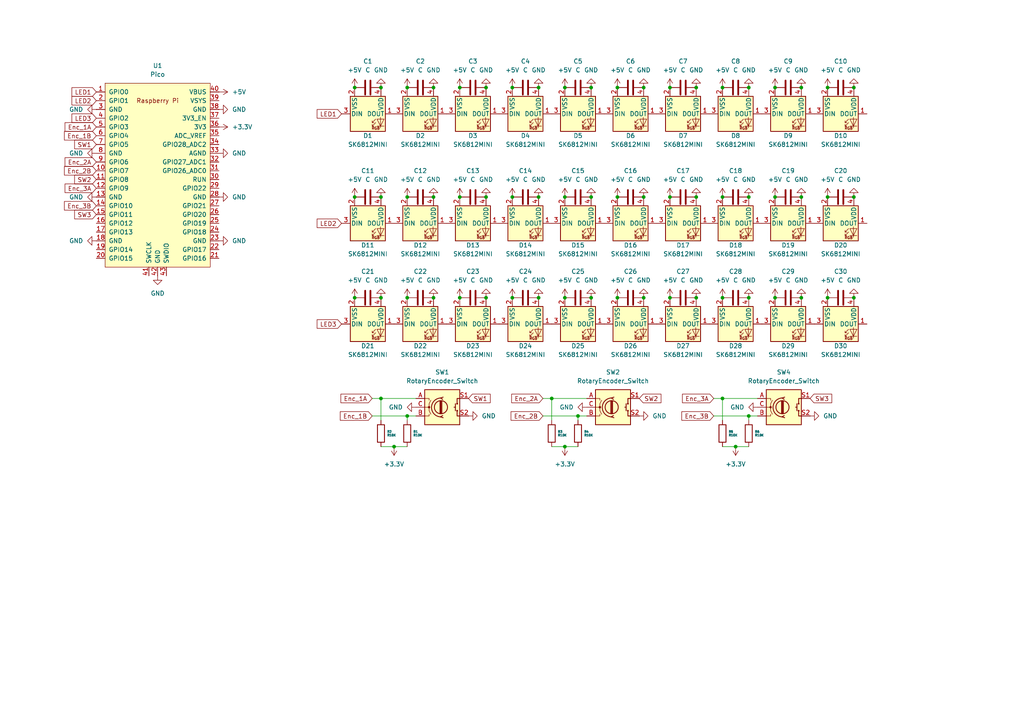
<source format=kicad_sch>
(kicad_sch (version 20250114) (generator "eeschema") (generator_version "9.0")
  (paper "A4")
  (junction (at 163.83 86.36))
  (junction (at 171.45 57.15))
  (junction (at 240.03 57.15))
  (junction (at 118.11 57.15))
  (junction (at 133.35 86.36))
  (junction (at 110.49 115.57))
  (junction (at 224.79 25.4))
  (junction (at 171.45 25.4))
  (junction (at 140.97 86.36))
  (junction (at 163.83 129.54))
  (junction (at 110.49 57.15))
  (junction (at 125.73 25.4))
  (junction (at 114.3 129.54))
  (junction (at 179.07 57.15))
  (junction (at 148.59 25.4))
  (junction (at 179.07 25.4))
  (junction (at 201.93 57.15))
  (junction (at 156.21 86.36))
  (junction (at 209.55 57.15))
  (junction (at 186.69 25.4))
  (junction (at 102.87 25.4))
  (junction (at 240.03 25.4))
  (junction (at 133.35 25.4))
  (junction (at 201.93 25.4))
  (junction (at 167.64 120.65))
  (junction (at 156.21 25.4))
  (junction (at 247.65 25.4))
  (junction (at 201.93 86.36))
  (junction (at 194.31 57.15))
  (junction (at 171.45 86.36))
  (junction (at 247.65 86.36))
  (junction (at 148.59 57.15))
  (junction (at 140.97 57.15))
  (junction (at 179.07 86.36))
  (junction (at 163.83 25.4))
  (junction (at 209.55 86.36))
  (junction (at 110.49 86.36))
  (junction (at 186.69 57.15))
  (junction (at 224.79 57.15))
  (junction (at 133.35 57.15))
  (junction (at 232.41 25.4))
  (junction (at 148.59 86.36))
  (junction (at 118.11 86.36))
  (junction (at 102.87 57.15))
  (junction (at 232.41 86.36))
  (junction (at 163.83 57.15))
  (junction (at 118.11 25.4))
  (junction (at 118.11 120.65))
  (junction (at 125.73 57.15))
  (junction (at 209.55 115.57))
  (junction (at 217.17 86.36))
  (junction (at 102.87 86.36))
  (junction (at 194.31 86.36))
  (junction (at 156.21 57.15))
  (junction (at 240.03 86.36))
  (junction (at 186.69 86.36))
  (junction (at 194.31 25.4))
  (junction (at 160.02 115.57))
  (junction (at 209.55 25.4))
  (junction (at 125.73 86.36))
  (junction (at 217.17 57.15))
  (junction (at 140.97 25.4))
  (junction (at 247.65 57.15))
  (junction (at 224.79 86.36))
  (junction (at 217.17 120.65))
  (junction (at 217.17 25.4))
  (junction (at 232.41 57.15))
  (junction (at 213.36 129.54))
  (junction (at 110.49 25.4))
  (wire (pts (xy 217.17 121.92) (xy 217.17 120.65)))
  (wire (pts (xy 157.48 120.65) (xy 167.64 120.65)))
  (wire (pts (xy 209.55 129.54) (xy 213.36 129.54)))
  (wire (pts (xy 120.65 115.57) (xy 110.49 115.57)))
  (wire (pts (xy 219.71 115.57) (xy 209.55 115.57)))
  (wire (pts (xy 110.49 115.57) (xy 107.95 115.57)))
  (wire (pts (xy 160.02 121.92) (xy 160.02 115.57)))
  (wire (pts (xy 160.02 115.57) (xy 157.48 115.57)))
  (wire (pts (xy 207.01 120.65) (xy 217.17 120.65)))
  (wire (pts (xy 114.3 129.54) (xy 118.11 129.54)))
  (wire (pts (xy 209.55 115.57) (xy 207.01 115.57)))
  (wire (pts (xy 118.11 120.65) (xy 120.65 120.65)))
  (wire (pts (xy 160.02 129.54) (xy 163.83 129.54)))
  (wire (pts (xy 107.95 120.65) (xy 118.11 120.65)))
  (wire (pts (xy 213.36 129.54) (xy 217.17 129.54)))
  (wire (pts (xy 209.55 121.92) (xy 209.55 115.57)))
  (wire (pts (xy 163.83 129.54) (xy 167.64 129.54)))
  (wire (pts (xy 118.11 121.92) (xy 118.11 120.65)))
  (wire (pts (xy 170.18 115.57) (xy 160.02 115.57)))
  (wire (pts (xy 167.64 120.65) (xy 170.18 120.65)))
  (wire (pts (xy 110.49 121.92) (xy 110.49 115.57)))
  (wire (pts (xy 167.64 121.92) (xy 167.64 120.65)))
  (wire (pts (xy 110.49 129.54) (xy 114.3 129.54)))
  (wire (pts (xy 217.17 120.65) (xy 219.71 120.65)))
  (global_label "Enc_3B" (shape input) (at 207.01 120.65 180) (property "Intersheetrefs" "${INTERSHEET_REFS}" (effects (hide yes))))
  (global_label "Enc_2A" (shape input) (at 157.48 115.57 180) (property "Intersheetrefs" "${INTERSHEET_REFS}" (effects (hide yes))))
  (global_label "SW3" (shape input) (at 27.94 62.23 180) (property "Intersheetrefs" "${INTERSHEET_REFS}" (effects (hide yes))))
  (global_label "Enc_1A" (shape input) (at 107.95 115.57 180) (property "Intersheetrefs" "${INTERSHEET_REFS}" (effects (hide yes))))
  (global_label "SW1" (shape input) (at 135.89 115.57 0) (property "Intersheetrefs" "${INTERSHEET_REFS}" (effects (hide yes))))
  (global_label "Enc_1B" (shape input) (at 107.95 120.65 180) (property "Intersheetrefs" "${INTERSHEET_REFS}" (effects (hide yes))))
  (global_label "SW3" (shape input) (at 234.95 115.57 0) (property "Intersheetrefs" "${INTERSHEET_REFS}" (effects (hide yes))))
  (global_label "Enc_1B" (shape input) (at 27.94 39.37 180) (property "Intersheetrefs" "${INTERSHEET_REFS}" (effects (hide yes))))
  (global_label "Enc_3A" (shape input) (at 207.01 115.57 180) (property "Intersheetrefs" "${INTERSHEET_REFS}" (effects (hide yes))))
  (global_label "Enc_2B" (shape input) (at 157.48 120.65 180) (property "Intersheetrefs" "${INTERSHEET_REFS}" (effects (hide yes))))
  (global_label "SW2" (shape input) (at 27.94 52.07 180) (property "Intersheetrefs" "${INTERSHEET_REFS}" (effects (hide yes))))
  (global_label "Enc_2B" (shape input) (at 27.94 49.53 180) (property "Intersheetrefs" "${INTERSHEET_REFS}" (effects (hide yes))))
  (global_label "LED3" (shape input) (at 27.94 34.29 180) (property "Intersheetrefs" "${INTERSHEET_REFS}" (effects (hide yes))))
  (global_label "Enc_1A" (shape input) (at 27.94 36.83 180) (property "Intersheetrefs" "${INTERSHEET_REFS}" (effects (hide yes))))
  (global_label "Enc_3A" (shape input) (at 27.94 54.61 180) (property "Intersheetrefs" "${INTERSHEET_REFS}" (effects (hide yes))))
  (global_label "Enc_3B" (shape input) (at 27.94 59.69 180) (property "Intersheetrefs" "${INTERSHEET_REFS}" (effects (hide yes))))
  (global_label "LED2" (shape input) (at 99.06 64.77 180) (property "Intersheetrefs" "${INTERSHEET_REFS}" (effects (hide yes))))
  (global_label "LED2" (shape input) (at 27.94 29.21 180) (property "Intersheetrefs" "${INTERSHEET_REFS}" (effects (hide yes))))
  (global_label "SW1" (shape input) (at 27.94 41.91 180) (property "Intersheetrefs" "${INTERSHEET_REFS}" (effects (hide yes))))
  (global_label "LED3" (shape input) (at 99.06 93.98 180) (property "Intersheetrefs" "${INTERSHEET_REFS}" (effects (hide yes))))
  (global_label "Enc_2A" (shape input) (at 27.94 46.99 180) (property "Intersheetrefs" "${INTERSHEET_REFS}" (effects (hide yes))))
  (global_label "SW2" (shape input) (at 185.42 115.57 0) (property "Intersheetrefs" "${INTERSHEET_REFS}" (effects (hide yes))))
  (global_label "LED1" (shape input) (at 99.06 33.02 180) (property "Intersheetrefs" "${INTERSHEET_REFS}" (effects (hide yes))))
  (global_label "LED1" (shape input) (at 27.94 26.67 180) (property "Intersheetrefs" "${INTERSHEET_REFS}" (effects (hide yes))))
  (symbol (lib_id "LED:SK6812MINI") (at 167.64 64.77 0) (unit 1)
    (property "Reference" "D15" (at 167.64 71.12 0))
    (property "Value" "SK6812MINI" (at 167.64 73.66 0))
    (property "Footprint" "Cheyao Macropad PCB Neopixel:SK6812MINI-E" (effects (hide yes)))
    (property "Datasheet" "https://cdn-shop.adafruit.com/product-files/2686/SK6812MINI_REV.01-1-2.pdf" (effects (hide yes)))
    (property "Description" "RGB LED with integrated controller" (effects (hide yes)))
  )
  (symbol (lib_id "power:GND") (at 140.97 86.36 180) (unit 1)
    (property "Reference" "#PWR047" (effects (hide yes)))
    (property "Value" "GND" (at 140.97 81.28 0))
    (property "Description" "Power symbol creates a global label with name \"GND\" , ground" (effects (hide yes)))
  )
  (symbol (lib_id "power:+5V") (at 224.79 86.36 0) (unit 1)
    (property "Reference" "#PWR058" (effects (hide yes)))
    (property "Value" "+5V" (at 224.79 81.28 0))
    (property "Description" "Power symbol creates a global label with name \"+5V\"" (effects (hide yes)))
  )
  (symbol (lib_id "power:GND") (at 171.45 57.15 180) (unit 1)
    (property "Reference" "#PWR031" (effects (hide yes)))
    (property "Value" "GND" (at 171.45 52.07 0))
    (property "Description" "Power symbol creates a global label with name \"GND\" , ground" (effects (hide yes)))
  )
  (symbol (lib_id "power:+5V") (at 118.11 86.36 0) (unit 1)
    (property "Reference" "#PWR044" (effects (hide yes)))
    (property "Value" "+5V" (at 118.11 81.28 0))
    (property "Description" "Power symbol creates a global label with name \"+5V\"" (effects (hide yes)))
  )
  (symbol (lib_id "LED:SK6812MINI") (at 182.88 93.98 0) (unit 1)
    (property "Reference" "D26" (at 182.88 100.33 0))
    (property "Value" "SK6812MINI" (at 182.88 102.87 0))
    (property "Footprint" "Cheyao Macropad PCB Neopixel:SK6812MINI-E" (effects (hide yes)))
    (property "Datasheet" "https://cdn-shop.adafruit.com/product-files/2686/SK6812MINI_REV.01-1-2.pdf" (effects (hide yes)))
    (property "Description" "RGB LED with integrated controller" (effects (hide yes)))
  )
  (symbol (lib_id "power:+5V") (at 179.07 25.4 0) (unit 1)
    (property "Reference" "#PWR012" (effects (hide yes)))
    (property "Value" "+5V" (at 179.07 20.32 0))
    (property "Description" "Power symbol creates a global label with name \"+5V\"" (effects (hide yes)))
  )
  (symbol (lib_id "Device:C") (at 137.16 25.4 90) (unit 1)
    (property "Reference" "C3" (at 137.16 17.78 90))
    (property "Value" "C" (at 137.16 20.32 90))
    (property "Footprint" "Capacitor_SMD:C_0805_2012Metric_Pad1.18x1.45mm_HandSolder" (effects (hide yes)))
    (property "Description" "Unpolarized capacitor" (effects (hide yes)))
  )
  (symbol (lib_id "power:GND") (at 125.73 57.15 180) (unit 1)
    (property "Reference" "#PWR025" (effects (hide yes)))
    (property "Value" "GND" (at 125.73 52.07 0))
    (property "Description" "Power symbol creates a global label with name \"GND\" , ground" (effects (hide yes)))
  )
  (symbol (lib_id "power:GND") (at 45.72 80.01 0) (unit 1)
    (property "Reference" "#PWR063" (effects (hide yes)))
    (property "Value" "GND" (at 45.72 85.09 0))
    (property "Description" "Power symbol creates a global label with name \"GND\" , ground" (effects (hide yes)))
  )
  (symbol (lib_id "Device:C") (at 228.6 57.15 90) (unit 1)
    (property "Reference" "C19" (at 228.6 49.53 90))
    (property "Value" "C" (at 228.6 52.07 90))
    (property "Footprint" "Capacitor_SMD:C_0805_2012Metric_Pad1.18x1.45mm_HandSolder" (effects (hide yes)))
    (property "Description" "Unpolarized capacitor" (effects (hide yes)))
  )
  (symbol (lib_id "LED:SK6812MINI") (at 121.92 93.98 0) (unit 1)
    (property "Reference" "D22" (at 121.92 100.33 0))
    (property "Value" "SK6812MINI" (at 121.92 102.87 0))
    (property "Footprint" "Cheyao Macropad PCB Neopixel:SK6812MINI-E" (effects (hide yes)))
    (property "Datasheet" "https://cdn-shop.adafruit.com/product-files/2686/SK6812MINI_REV.01-1-2.pdf" (effects (hide yes)))
    (property "Description" "RGB LED with integrated controller" (effects (hide yes)))
  )
  (symbol (lib_id "power:+5V") (at 133.35 86.36 0) (unit 1)
    (property "Reference" "#PWR046" (effects (hide yes)))
    (property "Value" "+5V" (at 133.35 81.28 0))
    (property "Description" "Power symbol creates a global label with name \"+5V\"" (effects (hide yes)))
  )
  (symbol (lib_id "power:GND") (at 171.45 86.36 180) (unit 1)
    (property "Reference" "#PWR051" (effects (hide yes)))
    (property "Value" "GND" (at 171.45 81.28 0))
    (property "Description" "Power symbol creates a global label with name \"GND\" , ground" (effects (hide yes)))
  )
  (symbol (lib_id "Device:C") (at 198.12 57.15 90) (unit 1)
    (property "Reference" "C17" (at 198.12 49.53 90))
    (property "Value" "C" (at 198.12 52.07 90))
    (property "Footprint" "Capacitor_SMD:C_0805_2012Metric_Pad1.18x1.45mm_HandSolder" (effects (hide yes)))
    (property "Description" "Unpolarized capacitor" (effects (hide yes)))
  )
  (symbol (lib_id "power:+3.3V") (at 163.83 129.54 180) (unit 1)
    (property "Reference" "#PWR072" (effects (hide yes)))
    (property "Value" "+3.3V" (at 163.83 134.62 0))
    (property "Description" "Power symbol creates a global label with name \"+3.3V\"" (effects (hide yes)))
  )
  (symbol (lib_id "power:+3.3V") (at 213.36 129.54 180) (unit 1)
    (property "Reference" "#PWR076" (effects (hide yes)))
    (property "Value" "+3.3V" (at 213.36 134.62 0))
    (property "Description" "Power symbol creates a global label with name \"+3.3V\"" (effects (hide yes)))
  )
  (symbol (lib_id "LED:SK6812MINI") (at 106.68 33.02 0) (unit 1)
    (property "Reference" "D1" (at 106.68 39.37 0))
    (property "Value" "SK6812MINI" (at 106.68 41.91 0))
    (property "Footprint" "Cheyao Macropad PCB Neopixel:SK6812MINI-E" (effects (hide yes)))
    (property "Datasheet" "https://cdn-shop.adafruit.com/product-files/2686/SK6812MINI_REV.01-1-2.pdf" (effects (hide yes)))
    (property "Description" "RGB LED with integrated controller" (effects (hide yes)))
  )
  (symbol (lib_id "LED:SK6812MINI") (at 243.84 64.77 0) (unit 1)
    (property "Reference" "D20" (at 243.84 71.12 0))
    (property "Value" "SK6812MINI" (at 243.84 73.66 0))
    (property "Footprint" "Cheyao Macropad PCB Neopixel:SK6812MINI-E" (effects (hide yes)))
    (property "Datasheet" "https://cdn-shop.adafruit.com/product-files/2686/SK6812MINI_REV.01-1-2.pdf" (effects (hide yes)))
    (property "Description" "RGB LED with integrated controller" (effects (hide yes)))
  )
  (symbol (lib_id "power:GND") (at 27.94 57.15 270) (unit 1)
    (property "Reference" "#PWR067" (effects (hide yes)))
    (property "Value" "GND" (at 24.13 57.1499 90) (effects (justify right)))
    (property "Description" "Power symbol creates a global label with name \"GND\" , ground" (effects (hide yes)))
  )
  (symbol (lib_id "power:+5V") (at 194.31 86.36 0) (unit 1)
    (property "Reference" "#PWR054" (effects (hide yes)))
    (property "Value" "+5V" (at 194.31 81.28 0))
    (property "Description" "Power symbol creates a global label with name \"+5V\"" (effects (hide yes)))
  )
  (symbol (lib_id "power:GND") (at 201.93 57.15 180) (unit 1)
    (property "Reference" "#PWR035" (effects (hide yes)))
    (property "Value" "GND" (at 201.93 52.07 0))
    (property "Description" "Power symbol creates a global label with name \"GND\" , ground" (effects (hide yes)))
  )
  (symbol (lib_id "power:GND") (at 219.71 118.11 270) (unit 1)
    (property "Reference" "#PWR077" (effects (hide yes)))
    (property "Value" "GND" (at 215.9 118.1099 90) (effects (justify right)))
    (property "Description" "Power symbol creates a global label with name \"GND\" , ground" (effects (hide yes)))
  )
  (symbol (lib_id "Device:C") (at 152.4 86.36 90) (unit 1)
    (property "Reference" "C24" (at 152.4 78.74 90))
    (property "Value" "C" (at 152.4 81.28 90))
    (property "Footprint" "Capacitor_SMD:C_0805_2012Metric_Pad1.18x1.45mm_HandSolder" (effects (hide yes)))
    (property "Description" "Unpolarized capacitor" (effects (hide yes)))
  )
  (symbol (lib_id "Device:C") (at 121.92 57.15 90) (unit 1)
    (property "Reference" "C12" (at 121.92 49.53 90))
    (property "Value" "C" (at 121.92 52.07 90))
    (property "Footprint" "Capacitor_SMD:C_0805_2012Metric_Pad1.18x1.45mm_HandSolder" (effects (hide yes)))
    (property "Description" "Unpolarized capacitor" (effects (hide yes)))
  )
  (symbol (lib_id "power:+5V") (at 163.83 25.4 0) (unit 1)
    (property "Reference" "#PWR010" (effects (hide yes)))
    (property "Value" "+5V" (at 163.83 20.32 0))
    (property "Description" "Power symbol creates a global label with name \"+5V\"" (effects (hide yes)))
  )
  (symbol (lib_id "Device:C") (at 106.68 25.4 90) (unit 1)
    (property "Reference" "C1" (at 106.68 17.78 90))
    (property "Value" "C" (at 106.68 20.32 90))
    (property "Footprint" "Capacitor_SMD:C_0805_2012Metric_Pad1.18x1.45mm_HandSolder" (effects (hide yes)))
    (property "Description" "Unpolarized capacitor" (effects (hide yes)))
  )
  (symbol (lib_id "power:+5V") (at 163.83 57.15 0) (unit 1)
    (property "Reference" "#PWR030" (effects (hide yes)))
    (property "Value" "+5V" (at 163.83 52.07 0))
    (property "Description" "Power symbol creates a global label with name \"+5V\"" (effects (hide yes)))
  )
  (symbol (lib_id "power:+5V") (at 102.87 25.4 0) (unit 1)
    (property "Reference" "#PWR02" (effects (hide yes)))
    (property "Value" "+5V" (at 102.87 20.32 0))
    (property "Description" "Power symbol creates a global label with name \"+5V\"" (effects (hide yes)))
  )
  (symbol (lib_id "power:GND") (at 125.73 86.36 180) (unit 1)
    (property "Reference" "#PWR045" (effects (hide yes)))
    (property "Value" "GND" (at 125.73 81.28 0))
    (property "Description" "Power symbol creates a global label with name \"GND\" , ground" (effects (hide yes)))
  )
  (symbol (lib_id "LED:SK6812MINI") (at 228.6 33.02 0) (unit 1)
    (property "Reference" "D9" (at 228.6 39.37 0))
    (property "Value" "SK6812MINI" (at 228.6 41.91 0))
    (property "Footprint" "Cheyao Macropad PCB Neopixel:SK6812MINI-E" (effects (hide yes)))
    (property "Datasheet" "https://cdn-shop.adafruit.com/product-files/2686/SK6812MINI_REV.01-1-2.pdf" (effects (hide yes)))
    (property "Description" "RGB LED with integrated controller" (effects (hide yes)))
  )
  (symbol (lib_id "LED:SK6812MINI") (at 137.16 64.77 0) (unit 1)
    (property "Reference" "D13" (at 137.16 71.12 0))
    (property "Value" "SK6812MINI" (at 137.16 73.66 0))
    (property "Footprint" "Cheyao Macropad PCB Neopixel:SK6812MINI-E" (effects (hide yes)))
    (property "Datasheet" "https://cdn-shop.adafruit.com/product-files/2686/SK6812MINI_REV.01-1-2.pdf" (effects (hide yes)))
    (property "Description" "RGB LED with integrated controller" (effects (hide yes)))
  )
  (symbol (lib_id "LED:SK6812MINI") (at 228.6 93.98 0) (unit 1)
    (property "Reference" "D29" (at 228.6 100.33 0))
    (property "Value" "SK6812MINI" (at 228.6 102.87 0))
    (property "Footprint" "Cheyao Macropad PCB Neopixel:SK6812MINI-E" (effects (hide yes)))
    (property "Datasheet" "https://cdn-shop.adafruit.com/product-files/2686/SK6812MINI_REV.01-1-2.pdf" (effects (hide yes)))
    (property "Description" "RGB LED with integrated controller" (effects (hide yes)))
  )
  (symbol (lib_id "power:+5V") (at 148.59 57.15 0) (unit 1)
    (property "Reference" "#PWR028" (effects (hide yes)))
    (property "Value" "+5V" (at 148.59 52.07 0))
    (property "Description" "Power symbol creates a global label with name \"+5V\"" (effects (hide yes)))
  )
  (symbol (lib_id "power:+5V") (at 240.03 57.15 0) (unit 1)
    (property "Reference" "#PWR040" (effects (hide yes)))
    (property "Value" "+5V" (at 240.03 52.07 0))
    (property "Description" "Power symbol creates a global label with name \"+5V\"" (effects (hide yes)))
  )
  (symbol (lib_id "LED:SK6812MINI") (at 243.84 33.02 0) (unit 1)
    (property "Reference" "D10" (at 243.84 39.37 0))
    (property "Value" "SK6812MINI" (at 243.84 41.91 0))
    (property "Footprint" "Cheyao Macropad PCB Neopixel:SK6812MINI-E" (effects (hide yes)))
    (property "Datasheet" "https://cdn-shop.adafruit.com/product-files/2686/SK6812MINI_REV.01-1-2.pdf" (effects (hide yes)))
    (property "Description" "RGB LED with integrated controller" (effects (hide yes)))
  )
  (symbol (lib_id "power:GND") (at 140.97 57.15 180) (unit 1)
    (property "Reference" "#PWR027" (effects (hide yes)))
    (property "Value" "GND" (at 140.97 52.07 0))
    (property "Description" "Power symbol creates a global label with name \"GND\" , ground" (effects (hide yes)))
  )
  (symbol (lib_id "power:+5V") (at 209.55 86.36 0) (unit 1)
    (property "Reference" "#PWR056" (effects (hide yes)))
    (property "Value" "+5V" (at 209.55 81.28 0))
    (property "Description" "Power symbol creates a global label with name \"+5V\"" (effects (hide yes)))
  )
  (symbol (lib_id "Device:C") (at 213.36 25.4 90) (unit 1)
    (property "Reference" "C8" (at 213.36 17.78 90))
    (property "Value" "C" (at 213.36 20.32 90))
    (property "Footprint" "Capacitor_SMD:C_0805_2012Metric_Pad1.18x1.45mm_HandSolder" (effects (hide yes)))
    (property "Description" "Unpolarized capacitor" (effects (hide yes)))
  )
  (symbol (lib_id "power:GND") (at 156.21 86.36 180) (unit 1)
    (property "Reference" "#PWR049" (effects (hide yes)))
    (property "Value" "GND" (at 156.21 81.28 0))
    (property "Description" "Power symbol creates a global label with name \"GND\" , ground" (effects (hide yes)))
  )
  (symbol (lib_id "LED:SK6812MINI") (at 137.16 33.02 0) (unit 1)
    (property "Reference" "D3" (at 137.16 39.37 0))
    (property "Value" "SK6812MINI" (at 137.16 41.91 0))
    (property "Footprint" "Cheyao Macropad PCB Neopixel:SK6812MINI-E" (effects (hide yes)))
    (property "Datasheet" "https://cdn-shop.adafruit.com/product-files/2686/SK6812MINI_REV.01-1-2.pdf" (effects (hide yes)))
    (property "Description" "RGB LED with integrated controller" (effects (hide yes)))
  )
  (symbol (lib_id "Device:R") (at 118.11 125.73 180) (unit 1)
    (property "Reference" "R1" (at 119.888 125.222 0) (effects (font (size 0.635 0.635)) (justify right)))
    (property "Value" "R10K" (at 119.888 126.2381 0) (effects (font (size 0.635 0.635)) (justify right)))
    (property "Footprint" "Resistor_SMD:R_0805_2012Metric_Pad1.20x1.40mm_HandSolder" (effects (hide yes)))
    (property "Description" "Resistor" (effects (hide yes)))
  )
  (symbol (lib_id "Device:C") (at 167.64 86.36 90) (unit 1)
    (property "Reference" "C25" (at 167.64 78.74 90))
    (property "Value" "C" (at 167.64 81.28 90))
    (property "Footprint" "Capacitor_SMD:C_0805_2012Metric_Pad1.18x1.45mm_HandSolder" (effects (hide yes)))
    (property "Description" "Unpolarized capacitor" (effects (hide yes)))
  )
  (symbol (lib_id "Device:R") (at 217.17 125.73 180) (unit 1)
    (property "Reference" "R6" (at 218.948 125.222 0) (effects (font (size 0.635 0.635)) (justify right)))
    (property "Value" "R10K" (at 218.948 126.2381 0) (effects (font (size 0.635 0.635)) (justify right)))
    (property "Footprint" "Resistor_SMD:R_0805_2012Metric_Pad1.20x1.40mm_HandSolder" (effects (hide yes)))
    (property "Description" "Resistor" (effects (hide yes)))
  )
  (symbol (lib_id "power:+5V") (at 240.03 25.4 0) (unit 1)
    (property "Reference" "#PWR020" (effects (hide yes)))
    (property "Value" "+5V" (at 240.03 20.32 0))
    (property "Description" "Power symbol creates a global label with name \"+5V\"" (effects (hide yes)))
  )
  (symbol (lib_id "power:GND") (at 185.42 120.65 90) (unit 1)
    (property "Reference" "#PWR079" (effects (hide yes)))
    (property "Value" "GND" (at 189.23 120.6499 90) (effects (justify right)))
    (property "Description" "Power symbol creates a global label with name \"GND\" , ground" (effects (hide yes)))
  )
  (symbol (lib_id "LED:SK6812MINI") (at 213.36 33.02 0) (unit 1)
    (property "Reference" "D8" (at 213.36 39.37 0))
    (property "Value" "SK6812MINI" (at 213.36 41.91 0))
    (property "Footprint" "Cheyao Macropad PCB Neopixel:SK6812MINI-E" (effects (hide yes)))
    (property "Datasheet" "https://cdn-shop.adafruit.com/product-files/2686/SK6812MINI_REV.01-1-2.pdf" (effects (hide yes)))
    (property "Description" "RGB LED with integrated controller" (effects (hide yes)))
  )
  (symbol (lib_id "power:+5V") (at 133.35 25.4 0) (unit 1)
    (property "Reference" "#PWR06" (effects (hide yes)))
    (property "Value" "+5V" (at 133.35 20.32 0))
    (property "Description" "Power symbol creates a global label with name \"+5V\"" (effects (hide yes)))
  )
  (symbol (lib_id "Device:C") (at 167.64 25.4 90) (unit 1)
    (property "Reference" "C5" (at 167.64 17.78 90))
    (property "Value" "C" (at 167.64 20.32 90))
    (property "Footprint" "Capacitor_SMD:C_0805_2012Metric_Pad1.18x1.45mm_HandSolder" (effects (hide yes)))
    (property "Description" "Unpolarized capacitor" (effects (hide yes)))
  )
  (symbol (lib_id "Device:C") (at 167.64 57.15 90) (unit 1)
    (property "Reference" "C15" (at 167.64 49.53 90))
    (property "Value" "C" (at 167.64 52.07 90))
    (property "Footprint" "Capacitor_SMD:C_0805_2012Metric_Pad1.18x1.45mm_HandSolder" (effects (hide yes)))
    (property "Description" "Unpolarized capacitor" (effects (hide yes)))
  )
  (symbol (lib_id "power:GND") (at 110.49 57.15 180) (unit 1)
    (property "Reference" "#PWR023" (effects (hide yes)))
    (property "Value" "GND" (at 110.49 52.07 0))
    (property "Description" "Power symbol creates a global label with name \"GND\" , ground" (effects (hide yes)))
  )
  (symbol (lib_id "LED:SK6812MINI") (at 167.64 93.98 0) (unit 1)
    (property "Reference" "D25" (at 167.64 100.33 0))
    (property "Value" "SK6812MINI" (at 167.64 102.87 0))
    (property "Footprint" "Cheyao Macropad PCB Neopixel:SK6812MINI-E" (effects (hide yes)))
    (property "Datasheet" "https://cdn-shop.adafruit.com/product-files/2686/SK6812MINI_REV.01-1-2.pdf" (effects (hide yes)))
    (property "Description" "RGB LED with integrated controller" (effects (hide yes)))
  )
  (symbol (lib_id "Device:R") (at 167.64 125.73 180) (unit 1)
    (property "Reference" "R4" (at 169.418 125.222 0) (effects (font (size 0.635 0.635)) (justify right)))
    (property "Value" "R10K" (at 169.418 126.2381 0) (effects (font (size 0.635 0.635)) (justify right)))
    (property "Footprint" "Resistor_SMD:R_0805_2012Metric_Pad1.20x1.40mm_HandSolder" (effects (hide yes)))
    (property "Description" "Resistor" (effects (hide yes)))
  )
  (symbol (lib_id "LED:SK6812MINI") (at 152.4 93.98 0) (unit 1)
    (property "Reference" "D24" (at 152.4 100.33 0))
    (property "Value" "SK6812MINI" (at 152.4 102.87 0))
    (property "Footprint" "Cheyao Macropad PCB Neopixel:SK6812MINI-E" (effects (hide yes)))
    (property "Datasheet" "https://cdn-shop.adafruit.com/product-files/2686/SK6812MINI_REV.01-1-2.pdf" (effects (hide yes)))
    (property "Description" "RGB LED with integrated controller" (effects (hide yes)))
  )
  (symbol (lib_id "power:GND") (at 217.17 57.15 180) (unit 1)
    (property "Reference" "#PWR037" (effects (hide yes)))
    (property "Value" "GND" (at 217.17 52.07 0))
    (property "Description" "Power symbol creates a global label with name \"GND\" , ground" (effects (hide yes)))
  )
  (symbol (lib_id "power:+5V") (at 148.59 25.4 0) (unit 1)
    (property "Reference" "#PWR08" (effects (hide yes)))
    (property "Value" "+5V" (at 148.59 20.32 0))
    (property "Description" "Power symbol creates a global label with name \"+5V\"" (effects (hide yes)))
  )
  (symbol (lib_id "Device:C") (at 198.12 25.4 90) (unit 1)
    (property "Reference" "C7" (at 198.12 17.78 90))
    (property "Value" "C" (at 198.12 20.32 90))
    (property "Footprint" "Capacitor_SMD:C_0805_2012Metric_Pad1.18x1.45mm_HandSolder" (effects (hide yes)))
    (property "Description" "Unpolarized capacitor" (effects (hide yes)))
  )
  (symbol (lib_id "power:GND") (at 171.45 25.4 180) (unit 1)
    (property "Reference" "#PWR011" (effects (hide yes)))
    (property "Value" "GND" (at 171.45 20.32 0))
    (property "Description" "Power symbol creates a global label with name \"GND\" , ground" (effects (hide yes)))
  )
  (symbol (lib_id "power:GND") (at 27.94 69.85 270) (unit 1)
    (property "Reference" "#PWR066" (effects (hide yes)))
    (property "Value" "GND" (at 24.13 69.8499 90) (effects (justify right)))
    (property "Description" "Power symbol creates a global label with name \"GND\" , ground" (effects (hide yes)))
  )
  (symbol (lib_id "LED:SK6812MINI") (at 121.92 64.77 0) (unit 1)
    (property "Reference" "D12" (at 121.92 71.12 0))
    (property "Value" "SK6812MINI" (at 121.92 73.66 0))
    (property "Footprint" "Cheyao Macropad PCB Neopixel:SK6812MINI-E" (effects (hide yes)))
    (property "Datasheet" "https://cdn-shop.adafruit.com/product-files/2686/SK6812MINI_REV.01-1-2.pdf" (effects (hide yes)))
    (property "Description" "RGB LED with integrated controller" (effects (hide yes)))
  )
  (symbol (lib_id "power:GND") (at 120.65 118.11 270) (unit 1)
    (property "Reference" "#PWR071" (effects (hide yes)))
    (property "Value" "GND" (at 116.84 118.1099 90) (effects (justify right)))
    (property "Description" "Power symbol creates a global label with name \"GND\" , ground" (effects (hide yes)))
  )
  (symbol (lib_id "LED:SK6812MINI") (at 243.84 93.98 0) (unit 1)
    (property "Reference" "D30" (at 243.84 100.33 0))
    (property "Value" "SK6812MINI" (at 243.84 102.87 0))
    (property "Footprint" "Cheyao Macropad PCB Neopixel:SK6812MINI-E" (effects (hide yes)))
    (property "Datasheet" "https://cdn-shop.adafruit.com/product-files/2686/SK6812MINI_REV.01-1-2.pdf" (effects (hide yes)))
    (property "Description" "RGB LED with integrated controller" (effects (hide yes)))
  )
  (symbol (lib_id "power:GND") (at 186.69 25.4 180) (unit 1)
    (property "Reference" "#PWR013" (effects (hide yes)))
    (property "Value" "GND" (at 186.69 20.32 0))
    (property "Description" "Power symbol creates a global label with name \"GND\" , ground" (effects (hide yes)))
  )
  (symbol (lib_id "power:GND") (at 217.17 25.4 180) (unit 1)
    (property "Reference" "#PWR017" (effects (hide yes)))
    (property "Value" "GND" (at 217.17 20.32 0))
    (property "Description" "Power symbol creates a global label with name \"GND\" , ground" (effects (hide yes)))
  )
  (symbol (lib_id "Device:R") (at 110.49 125.73 180) (unit 1)
    (property "Reference" "R2" (at 112.268 125.222 0) (effects (font (size 0.635 0.635)) (justify right)))
    (property "Value" "R10K" (at 112.268 126.2381 0) (effects (font (size 0.635 0.635)) (justify right)))
    (property "Footprint" "Resistor_SMD:R_0805_2012Metric_Pad1.20x1.40mm_HandSolder" (effects (hide yes)))
    (property "Description" "Resistor" (effects (hide yes)))
  )
  (symbol (lib_id "Device:C") (at 243.84 25.4 90) (unit 1)
    (property "Reference" "C10" (at 243.84 17.78 90))
    (property "Value" "C" (at 243.84 20.32 90))
    (property "Footprint" "Capacitor_SMD:C_0805_2012Metric_Pad1.18x1.45mm_HandSolder" (effects (hide yes)))
    (property "Description" "Unpolarized capacitor" (effects (hide yes)))
  )
  (symbol (lib_id "LED:SK6812MINI") (at 152.4 33.02 0) (unit 1)
    (property "Reference" "D4" (at 152.4 39.37 0))
    (property "Value" "SK6812MINI" (at 152.4 41.91 0))
    (property "Footprint" "Cheyao Macropad PCB Neopixel:SK6812MINI-E" (effects (hide yes)))
    (property "Datasheet" "https://cdn-shop.adafruit.com/product-files/2686/SK6812MINI_REV.01-1-2.pdf" (effects (hide yes)))
    (property "Description" "RGB LED with integrated controller" (effects (hide yes)))
  )
  (symbol (lib_id "Device:C") (at 152.4 57.15 90) (unit 1)
    (property "Reference" "C14" (at 152.4 49.53 90))
    (property "Value" "C" (at 152.4 52.07 90))
    (property "Footprint" "Capacitor_SMD:C_0805_2012Metric_Pad1.18x1.45mm_HandSolder" (effects (hide yes)))
    (property "Description" "Unpolarized capacitor" (effects (hide yes)))
  )
  (symbol (lib_id "power:GND") (at 232.41 57.15 180) (unit 1)
    (property "Reference" "#PWR039" (effects (hide yes)))
    (property "Value" "GND" (at 232.41 52.07 0))
    (property "Description" "Power symbol creates a global label with name \"GND\" , ground" (effects (hide yes)))
  )
  (symbol (lib_id "Device:C") (at 137.16 57.15 90) (unit 1)
    (property "Reference" "C13" (at 137.16 49.53 90))
    (property "Value" "C" (at 137.16 52.07 90))
    (property "Footprint" "Capacitor_SMD:C_0805_2012Metric_Pad1.18x1.45mm_HandSolder" (effects (hide yes)))
    (property "Description" "Unpolarized capacitor" (effects (hide yes)))
  )
  (symbol (lib_id "Device:C") (at 182.88 57.15 90) (unit 1)
    (property "Reference" "C16" (at 182.88 49.53 90))
    (property "Value" "C" (at 182.88 52.07 90))
    (property "Footprint" "Capacitor_SMD:C_0805_2012Metric_Pad1.18x1.45mm_HandSolder" (effects (hide yes)))
    (property "Description" "Unpolarized capacitor" (effects (hide yes)))
  )
  (symbol (lib_id "LED:SK6812MINI") (at 198.12 33.02 0) (unit 1)
    (property "Reference" "D7" (at 198.12 39.37 0))
    (property "Value" "SK6812MINI" (at 198.12 41.91 0))
    (property "Footprint" "Cheyao Macropad PCB Neopixel:SK6812MINI-E" (effects (hide yes)))
    (property "Datasheet" "https://cdn-shop.adafruit.com/product-files/2686/SK6812MINI_REV.01-1-2.pdf" (effects (hide yes)))
    (property "Description" "RGB LED with integrated controller" (effects (hide yes)))
  )
  (symbol (lib_id "Device:C") (at 106.68 57.15 90) (unit 1)
    (property "Reference" "C11" (at 106.68 49.53 90))
    (property "Value" "C" (at 106.68 52.07 90))
    (property "Footprint" "Capacitor_SMD:C_0805_2012Metric_Pad1.18x1.45mm_HandSolder" (effects (hide yes)))
    (property "Description" "Unpolarized capacitor" (effects (hide yes)))
  )
  (symbol (lib_id "power:GND") (at 232.41 86.36 180) (unit 1)
    (property "Reference" "#PWR059" (effects (hide yes)))
    (property "Value" "GND" (at 232.41 81.28 0))
    (property "Description" "Power symbol creates a global label with name \"GND\" , ground" (effects (hide yes)))
  )
  (symbol (lib_id "power:+5V") (at 118.11 57.15 0) (unit 1)
    (property "Reference" "#PWR024" (effects (hide yes)))
    (property "Value" "+5V" (at 118.11 52.07 0))
    (property "Description" "Power symbol creates a global label with name \"+5V\"" (effects (hide yes)))
  )
  (symbol (lib_id "LED:SK6812MINI") (at 228.6 64.77 0) (unit 1)
    (property "Reference" "D19" (at 228.6 71.12 0))
    (property "Value" "SK6812MINI" (at 228.6 73.66 0))
    (property "Footprint" "Cheyao Macropad PCB Neopixel:SK6812MINI-E" (effects (hide yes)))
    (property "Datasheet" "https://cdn-shop.adafruit.com/product-files/2686/SK6812MINI_REV.01-1-2.pdf" (effects (hide yes)))
    (property "Description" "RGB LED with integrated controller" (effects (hide yes)))
  )
  (symbol (lib_id "LED:SK6812MINI") (at 106.68 93.98 0) (unit 1)
    (property "Reference" "D21" (at 106.68 100.33 0))
    (property "Value" "SK6812MINI" (at 106.68 102.87 0))
    (property "Footprint" "Cheyao Macropad PCB Neopixel:SK6812MINI-E" (effects (hide yes)))
    (property "Datasheet" "https://cdn-shop.adafruit.com/product-files/2686/SK6812MINI_REV.01-1-2.pdf" (effects (hide yes)))
    (property "Description" "RGB LED with integrated controller" (effects (hide yes)))
  )
  (symbol (lib_id "LED:SK6812MINI") (at 213.36 64.77 0) (unit 1)
    (property "Reference" "D18" (at 213.36 71.12 0))
    (property "Value" "SK6812MINI" (at 213.36 73.66 0))
    (property "Footprint" "Cheyao Macropad PCB Neopixel:SK6812MINI-E" (effects (hide yes)))
    (property "Datasheet" "https://cdn-shop.adafruit.com/product-files/2686/SK6812MINI_REV.01-1-2.pdf" (effects (hide yes)))
    (property "Description" "RGB LED with integrated controller" (effects (hide yes)))
  )
  (symbol (lib_id "LED:SK6812MINI") (at 198.12 64.77 0) (unit 1)
    (property "Reference" "D17" (at 198.12 71.12 0))
    (property "Value" "SK6812MINI" (at 198.12 73.66 0))
    (property "Footprint" "Cheyao Macropad PCB Neopixel:SK6812MINI-E" (effects (hide yes)))
    (property "Datasheet" "https://cdn-shop.adafruit.com/product-files/2686/SK6812MINI_REV.01-1-2.pdf" (effects (hide yes)))
    (property "Description" "RGB LED with integrated controller" (effects (hide yes)))
  )
  (symbol (lib_id "power:GND") (at 247.65 86.36 180) (unit 1)
    (property "Reference" "#PWR061" (effects (hide yes)))
    (property "Value" "GND" (at 247.65 81.28 0))
    (property "Description" "Power symbol creates a global label with name \"GND\" , ground" (effects (hide yes)))
  )
  (symbol (lib_id "power:GND") (at 234.95 120.65 90) (unit 1)
    (property "Reference" "#PWR080" (effects (hide yes)))
    (property "Value" "GND" (at 238.76 120.6499 90) (effects (justify right)))
    (property "Description" "Power symbol creates a global label with name \"GND\" , ground" (effects (hide yes)))
  )
  (symbol (lib_id "power:GND") (at 247.65 25.4 180) (unit 1)
    (property "Reference" "#PWR021" (effects (hide yes)))
    (property "Value" "GND" (at 247.65 20.32 0))
    (property "Description" "Power symbol creates a global label with name \"GND\" , ground" (effects (hide yes)))
  )
  (symbol (lib_id "power:GND") (at 140.97 25.4 180) (unit 1)
    (property "Reference" "#PWR07" (effects (hide yes)))
    (property "Value" "GND" (at 140.97 20.32 0))
    (property "Description" "Power symbol creates a global label with name \"GND\" , ground" (effects (hide yes)))
  )
  (symbol (lib_id "LED:SK6812MINI") (at 121.92 33.02 0) (unit 1)
    (property "Reference" "D2" (at 121.92 39.37 0))
    (property "Value" "SK6812MINI" (at 121.92 41.91 0))
    (property "Footprint" "Cheyao Macropad PCB Neopixel:SK6812MINI-E" (effects (hide yes)))
    (property "Datasheet" "https://cdn-shop.adafruit.com/product-files/2686/SK6812MINI_REV.01-1-2.pdf" (effects (hide yes)))
    (property "Description" "RGB LED with integrated controller" (effects (hide yes)))
  )
  (symbol (lib_id "Device:C") (at 228.6 86.36 90) (unit 1)
    (property "Reference" "C29" (at 228.6 78.74 90))
    (property "Value" "C" (at 228.6 81.28 90))
    (property "Footprint" "Capacitor_SMD:C_0805_2012Metric_Pad1.18x1.45mm_HandSolder" (effects (hide yes)))
    (property "Description" "Unpolarized capacitor" (effects (hide yes)))
  )
  (symbol (lib_id "power:+5V") (at 209.55 25.4 0) (unit 1)
    (property "Reference" "#PWR016" (effects (hide yes)))
    (property "Value" "+5V" (at 209.55 20.32 0))
    (property "Description" "Power symbol creates a global label with name \"+5V\"" (effects (hide yes)))
  )
  (symbol (lib_id "power:+5V") (at 133.35 57.15 0) (unit 1)
    (property "Reference" "#PWR026" (effects (hide yes)))
    (property "Value" "+5V" (at 133.35 52.07 0))
    (property "Description" "Power symbol creates a global label with name \"+5V\"" (effects (hide yes)))
  )
  (symbol (lib_id "power:+5V") (at 179.07 86.36 0) (unit 1)
    (property "Reference" "#PWR052" (effects (hide yes)))
    (property "Value" "+5V" (at 179.07 81.28 0))
    (property "Description" "Power symbol creates a global label with name \"+5V\"" (effects (hide yes)))
  )
  (symbol (lib_id "power:GND") (at 247.65 57.15 180) (unit 1)
    (property "Reference" "#PWR041" (effects (hide yes)))
    (property "Value" "GND" (at 247.65 52.07 0))
    (property "Description" "Power symbol creates a global label with name \"GND\" , ground" (effects (hide yes)))
  )
  (symbol (lib_id "Device:C") (at 243.84 86.36 90) (unit 1)
    (property "Reference" "C30" (at 243.84 78.74 90))
    (property "Value" "C" (at 243.84 81.28 90))
    (property "Footprint" "Capacitor_SMD:C_0805_2012Metric_Pad1.18x1.45mm_HandSolder" (effects (hide yes)))
    (property "Description" "Unpolarized capacitor" (effects (hide yes)))
  )
  (symbol (lib_id "power:GND") (at 156.21 57.15 180) (unit 1)
    (property "Reference" "#PWR029" (effects (hide yes)))
    (property "Value" "GND" (at 156.21 52.07 0))
    (property "Description" "Power symbol creates a global label with name \"GND\" , ground" (effects (hide yes)))
  )
  (symbol (lib_id "power:+5V") (at 118.11 25.4 0) (unit 1)
    (property "Reference" "#PWR04" (effects (hide yes)))
    (property "Value" "+5V" (at 118.11 20.32 0))
    (property "Description" "Power symbol creates a global label with name \"+5V\"" (effects (hide yes)))
  )
  (symbol (lib_id "power:+5V") (at 163.83 86.36 0) (unit 1)
    (property "Reference" "#PWR050" (effects (hide yes)))
    (property "Value" "+5V" (at 163.83 81.28 0))
    (property "Description" "Power symbol creates a global label with name \"+5V\"" (effects (hide yes)))
  )
  (symbol (lib_id "Device:C") (at 152.4 25.4 90) (unit 1)
    (property "Reference" "C4" (at 152.4 17.78 90))
    (property "Value" "C" (at 152.4 20.32 90))
    (property "Footprint" "Capacitor_SMD:C_0805_2012Metric_Pad1.18x1.45mm_HandSolder" (effects (hide yes)))
    (property "Description" "Unpolarized capacitor" (effects (hide yes)))
  )
  (symbol (lib_id "Device:C") (at 198.12 86.36 90) (unit 1)
    (property "Reference" "C27" (at 198.12 78.74 90))
    (property "Value" "C" (at 198.12 81.28 90))
    (property "Footprint" "Capacitor_SMD:C_0805_2012Metric_Pad1.18x1.45mm_HandSolder" (effects (hide yes)))
    (property "Description" "Unpolarized capacitor" (effects (hide yes)))
  )
  (symbol (lib_id "Device:C") (at 137.16 86.36 90) (unit 1)
    (property "Reference" "C23" (at 137.16 78.74 90))
    (property "Value" "C" (at 137.16 81.28 90))
    (property "Footprint" "Capacitor_SMD:C_0805_2012Metric_Pad1.18x1.45mm_HandSolder" (effects (hide yes)))
    (property "Description" "Unpolarized capacitor" (effects (hide yes)))
  )
  (symbol (lib_id "power:+5V") (at 224.79 25.4 0) (unit 1)
    (property "Reference" "#PWR018" (effects (hide yes)))
    (property "Value" "+5V" (at 224.79 20.32 0))
    (property "Description" "Power symbol creates a global label with name \"+5V\"" (effects (hide yes)))
  )
  (symbol (lib_id "power:GND") (at 110.49 86.36 180) (unit 1)
    (property "Reference" "#PWR043" (effects (hide yes)))
    (property "Value" "GND" (at 110.49 81.28 0))
    (property "Description" "Power symbol creates a global label with name \"GND\" , ground" (effects (hide yes)))
  )
  (symbol (lib_id "Device:C") (at 121.92 86.36 90) (unit 1)
    (property "Reference" "C22" (at 121.92 78.74 90))
    (property "Value" "C" (at 121.92 81.28 90))
    (property "Footprint" "Capacitor_SMD:C_0805_2012Metric_Pad1.18x1.45mm_HandSolder" (effects (hide yes)))
    (property "Description" "Unpolarized capacitor" (effects (hide yes)))
  )
  (symbol (lib_id "power:+5V") (at 179.07 57.15 0) (unit 1)
    (property "Reference" "#PWR032" (effects (hide yes)))
    (property "Value" "+5V" (at 179.07 52.07 0))
    (property "Description" "Power symbol creates a global label with name \"+5V\"" (effects (hide yes)))
  )
  (symbol (lib_id "LED:SK6812MINI") (at 137.16 93.98 0) (unit 1)
    (property "Reference" "D23" (at 137.16 100.33 0))
    (property "Value" "SK6812MINI" (at 137.16 102.87 0))
    (property "Footprint" "Cheyao Macropad PCB Neopixel:SK6812MINI-E" (effects (hide yes)))
    (property "Datasheet" "https://cdn-shop.adafruit.com/product-files/2686/SK6812MINI_REV.01-1-2.pdf" (effects (hide yes)))
    (property "Description" "RGB LED with integrated controller" (effects (hide yes)))
  )
  (symbol (lib_id "power:+5V") (at 240.03 86.36 0) (unit 1)
    (property "Reference" "#PWR060" (effects (hide yes)))
    (property "Value" "+5V" (at 240.03 81.28 0))
    (property "Description" "Power symbol creates a global label with name \"+5V\"" (effects (hide yes)))
  )
  (symbol (lib_id "LED:SK6812MINI") (at 167.64 33.02 0) (unit 1)
    (property "Reference" "D5" (at 167.64 39.37 0))
    (property "Value" "SK6812MINI" (at 167.64 41.91 0))
    (property "Footprint" "Cheyao Macropad PCB Neopixel:SK6812MINI-E" (effects (hide yes)))
    (property "Datasheet" "https://cdn-shop.adafruit.com/product-files/2686/SK6812MINI_REV.01-1-2.pdf" (effects (hide yes)))
    (property "Description" "RGB LED with integrated controller" (effects (hide yes)))
  )
  (symbol (lib_id "power:GND") (at 186.69 86.36 180) (unit 1)
    (property "Reference" "#PWR053" (effects (hide yes)))
    (property "Value" "GND" (at 186.69 81.28 0))
    (property "Description" "Power symbol creates a global label with name \"GND\" , ground" (effects (hide yes)))
  )
  (symbol (lib_id "Device:RotaryEncoder_Switch") (at 128.27 118.11 0) (unit 1)
    (property "Reference" "SW1" (at 128.27 107.95 0))
    (property "Value" "RotaryEncoder_Switch" (at 128.27 110.49 0))
    (property "Footprint" "Rotary_Encoder:RotaryEncoder_Alps_EC11E-Switch_Vertical_H20mm" (effects (hide yes)))
    (property "Description" "Rotary encoder, dual channel, incremental quadrate outputs, with switch" (effects (hide yes)))
  )
  (symbol (lib_id "Device:C") (at 213.36 57.15 90) (unit 1)
    (property "Reference" "C18" (at 213.36 49.53 90))
    (property "Value" "C" (at 213.36 52.07 90))
    (property "Footprint" "Capacitor_SMD:C_0805_2012Metric_Pad1.18x1.45mm_HandSolder" (effects (hide yes)))
    (property "Description" "Unpolarized capacitor" (effects (hide yes)))
  )
  (symbol (lib_id "Device:C") (at 228.6 25.4 90) (unit 1)
    (property "Reference" "C9" (at 228.6 17.78 90))
    (property "Value" "C" (at 228.6 20.32 90))
    (property "Footprint" "Capacitor_SMD:C_0805_2012Metric_Pad1.18x1.45mm_HandSolder" (effects (hide yes)))
    (property "Description" "Unpolarized capacitor" (effects (hide yes)))
  )
  (symbol (lib_id "power:GND") (at 201.93 86.36 180) (unit 1)
    (property "Reference" "#PWR055" (effects (hide yes)))
    (property "Value" "GND" (at 201.93 81.28 0))
    (property "Description" "Power symbol creates a global label with name \"GND\" , ground" (effects (hide yes)))
  )
  (symbol (lib_id "power:GND") (at 201.93 25.4 180) (unit 1)
    (property "Reference" "#PWR015" (effects (hide yes)))
    (property "Value" "GND" (at 201.93 20.32 0))
    (property "Description" "Power symbol creates a global label with name \"GND\" , ground" (effects (hide yes)))
  )
  (symbol (lib_id "Device:R") (at 160.02 125.73 180) (unit 1)
    (property "Reference" "R3" (at 161.798 125.222 0) (effects (font (size 0.635 0.635)) (justify right)))
    (property "Value" "R10K" (at 161.798 126.2381 0) (effects (font (size 0.635 0.635)) (justify right)))
    (property "Footprint" "Resistor_SMD:R_0805_2012Metric_Pad1.20x1.40mm_HandSolder" (effects (hide yes)))
    (property "Description" "Resistor" (effects (hide yes)))
  )
  (symbol (lib_id "RPi_Pico:Pico") (at 45.72 50.8 0) (unit 1)
    (property "Reference" "U1" (at 45.72 19.05 0))
    (property "Value" "Pico" (at 45.72 21.59 0))
    (property "Footprint" "RPi_Pico:RPi_Pico_SMD_TH" (effects (hide yes)))
  )
  (symbol (lib_id "power:GND") (at 217.17 86.36 180) (unit 1)
    (property "Reference" "#PWR057" (effects (hide yes)))
    (property "Value" "GND" (at 217.17 81.28 0))
    (property "Description" "Power symbol creates a global label with name \"GND\" , ground" (effects (hide yes)))
  )
  (symbol (lib_id "power:GND") (at 110.49 25.4 180) (unit 1)
    (property "Reference" "#PWR03" (effects (hide yes)))
    (property "Value" "GND" (at 110.49 20.32 0))
    (property "Description" "Power symbol creates a global label with name \"GND\" , ground" (effects (hide yes)))
  )
  (symbol (lib_id "power:+5V") (at 194.31 57.15 0) (unit 1)
    (property "Reference" "#PWR034" (effects (hide yes)))
    (property "Value" "+5V" (at 194.31 52.07 0))
    (property "Description" "Power symbol creates a global label with name \"+5V\"" (effects (hide yes)))
  )
  (symbol (lib_id "power:+5V") (at 148.59 86.36 0) (unit 1)
    (property "Reference" "#PWR048" (effects (hide yes)))
    (property "Value" "+5V" (at 148.59 81.28 0))
    (property "Description" "Power symbol creates a global label with name \"+5V\"" (effects (hide yes)))
  )
  (symbol (lib_id "power:+5V") (at 102.87 86.36 0) (unit 1)
    (property "Reference" "#PWR042" (effects (hide yes)))
    (property "Value" "+5V" (at 102.87 81.28 0))
    (property "Description" "Power symbol creates a global label with name \"+5V\"" (effects (hide yes)))
  )
  (symbol (lib_id "LED:SK6812MINI") (at 198.12 93.98 0) (unit 1)
    (property "Reference" "D27" (at 198.12 100.33 0))
    (property "Value" "SK6812MINI" (at 198.12 102.87 0))
    (property "Footprint" "Cheyao Macropad PCB Neopixel:SK6812MINI-E" (effects (hide yes)))
    (property "Datasheet" "https://cdn-shop.adafruit.com/product-files/2686/SK6812MINI_REV.01-1-2.pdf" (effects (hide yes)))
    (property "Description" "RGB LED with integrated controller" (effects (hide yes)))
  )
  (symbol (lib_id "power:+3.3V") (at 114.3 129.54 180) (unit 1)
    (property "Reference" "#PWR074" (effects (hide yes)))
    (property "Value" "+3.3V" (at 114.3 134.62 0))
    (property "Description" "Power symbol creates a global label with name \"+3.3V\"" (effects (hide yes)))
  )
  (symbol (lib_id "power:GND") (at 186.69 57.15 180) (unit 1)
    (property "Reference" "#PWR033" (effects (hide yes)))
    (property "Value" "GND" (at 186.69 52.07 0))
    (property "Description" "Power symbol creates a global label with name \"GND\" , ground" (effects (hide yes)))
  )
  (symbol (lib_id "power:+5V") (at 63.5 26.67 270) (unit 1)
    (property "Reference" "#PWR073" (effects (hide yes)))
    (property "Value" "+5V" (at 67.31 26.6699 90) (effects (justify left)))
    (property "Description" "Power symbol creates a global label with name \"+5V\"" (effects (hide yes)))
  )
  (symbol (lib_id "power:GND") (at 63.5 44.45 90) (unit 1)
    (property "Reference" "#PWR069" (effects (hide yes)))
    (property "Value" "GND" (at 67.31 44.4499 90) (effects (justify right)))
    (property "Description" "Power symbol creates a global label with name \"GND\" , ground" (effects (hide yes)))
  )
  (symbol (lib_id "Device:RotaryEncoder_Switch") (at 177.8 118.11 0) (unit 1)
    (property "Reference" "SW2" (at 177.8 107.95 0))
    (property "Value" "RotaryEncoder_Switch" (at 177.8 110.49 0))
    (property "Footprint" "Rotary_Encoder:RotaryEncoder_Alps_EC11E-Switch_Vertical_H20mm" (effects (hide yes)))
    (property "Description" "Rotary encoder, dual channel, incremental quadrate outputs, with switch" (effects (hide yes)))
  )
  (symbol (lib_id "power:GND") (at 232.41 25.4 180) (unit 1)
    (property "Reference" "#PWR019" (effects (hide yes)))
    (property "Value" "GND" (at 232.41 20.32 0))
    (property "Description" "Power symbol creates a global label with name \"GND\" , ground" (effects (hide yes)))
  )
  (symbol (lib_id "Device:C") (at 121.92 25.4 90) (unit 1)
    (property "Reference" "C2" (at 121.92 17.78 90))
    (property "Value" "C" (at 121.92 20.32 90))
    (property "Footprint" "Capacitor_SMD:C_0805_2012Metric_Pad1.18x1.45mm_HandSolder" (effects (hide yes)))
    (property "Description" "Unpolarized capacitor" (effects (hide yes)))
  )
  (symbol (lib_id "Device:C") (at 243.84 57.15 90) (unit 1)
    (property "Reference" "C20" (at 243.84 49.53 90))
    (property "Value" "C" (at 243.84 52.07 90))
    (property "Footprint" "Capacitor_SMD:C_0805_2012Metric_Pad1.18x1.45mm_HandSolder" (effects (hide yes)))
    (property "Description" "Unpolarized capacitor" (effects (hide yes)))
  )
  (symbol (lib_id "power:GND") (at 170.18 118.11 270) (unit 1)
    (property "Reference" "#PWR075" (effects (hide yes)))
    (property "Value" "GND" (at 166.37 118.1099 90) (effects (justify right)))
    (property "Description" "Power symbol creates a global label with name \"GND\" , ground" (effects (hide yes)))
  )
  (symbol (lib_id "power:GND") (at 27.94 31.75 270) (unit 1)
    (property "Reference" "#PWR065" (effects (hide yes)))
    (property "Value" "GND" (at 24.13 31.7499 90) (effects (justify right)))
    (property "Description" "Power symbol creates a global label with name \"GND\" , ground" (effects (hide yes)))
  )
  (symbol (lib_id "Device:C") (at 182.88 86.36 90) (unit 1)
    (property "Reference" "C26" (at 182.88 78.74 90))
    (property "Value" "C" (at 182.88 81.28 90))
    (property "Footprint" "Capacitor_SMD:C_0805_2012Metric_Pad1.18x1.45mm_HandSolder" (effects (hide yes)))
    (property "Description" "Unpolarized capacitor" (effects (hide yes)))
  )
  (symbol (lib_id "power:GND") (at 125.73 25.4 180) (unit 1)
    (property "Reference" "#PWR05" (effects (hide yes)))
    (property "Value" "GND" (at 125.73 20.32 0))
    (property "Description" "Power symbol creates a global label with name \"GND\" , ground" (effects (hide yes)))
  )
  (symbol (lib_id "power:GND") (at 27.94 44.45 270) (unit 1)
    (property "Reference" "#PWR064" (effects (hide yes)))
    (property "Value" "GND" (at 24.13 44.4499 90) (effects (justify right)))
    (property "Description" "Power symbol creates a global label with name \"GND\" , ground" (effects (hide yes)))
  )
  (symbol (lib_id "LED:SK6812MINI") (at 106.68 64.77 0) (unit 1)
    (property "Reference" "D11" (at 106.68 71.12 0))
    (property "Value" "SK6812MINI" (at 106.68 73.66 0))
    (property "Footprint" "Cheyao Macropad PCB Neopixel:SK6812MINI-E" (effects (hide yes)))
    (property "Datasheet" "https://cdn-shop.adafruit.com/product-files/2686/SK6812MINI_REV.01-1-2.pdf" (effects (hide yes)))
    (property "Description" "RGB LED with integrated controller" (effects (hide yes)))
  )
  (symbol (lib_id "power:GND") (at 63.5 69.85 90) (unit 1)
    (property "Reference" "#PWR062" (effects (hide yes)))
    (property "Value" "GND" (at 67.31 69.8499 90) (effects (justify right)))
    (property "Description" "Power symbol creates a global label with name \"GND\" , ground" (effects (hide yes)))
  )
  (symbol (lib_id "Device:C") (at 182.88 25.4 90) (unit 1)
    (property "Reference" "C6" (at 182.88 17.78 90))
    (property "Value" "C" (at 182.88 20.32 90))
    (property "Footprint" "Capacitor_SMD:C_0805_2012Metric_Pad1.18x1.45mm_HandSolder" (effects (hide yes)))
    (property "Description" "Unpolarized capacitor" (effects (hide yes)))
  )
  (symbol (lib_id "power:GND") (at 156.21 25.4 180) (unit 1)
    (property "Reference" "#PWR09" (effects (hide yes)))
    (property "Value" "GND" (at 156.21 20.32 0))
    (property "Description" "Power symbol creates a global label with name \"GND\" , ground" (effects (hide yes)))
  )
  (symbol (lib_id "power:GND") (at 135.89 120.65 90) (unit 1)
    (property "Reference" "#PWR078" (effects (hide yes)))
    (property "Value" "GND" (at 139.7 120.6499 90) (effects (justify right)))
    (property "Description" "Power symbol creates a global label with name \"GND\" , ground" (effects (hide yes)))
  )
  (symbol (lib_id "power:GND") (at 63.5 31.75 90) (unit 1)
    (property "Reference" "#PWR01" (effects (hide yes)))
    (property "Value" "GND" (at 67.31 31.7499 90) (effects (justify right)))
    (property "Description" "Power symbol creates a global label with name \"GND\" , ground" (effects (hide yes)))
  )
  (symbol (lib_id "LED:SK6812MINI") (at 152.4 64.77 0) (unit 1)
    (property "Reference" "D14" (at 152.4 71.12 0))
    (property "Value" "SK6812MINI" (at 152.4 73.66 0))
    (property "Footprint" "Cheyao Macropad PCB Neopixel:SK6812MINI-E" (effects (hide yes)))
    (property "Datasheet" "https://cdn-shop.adafruit.com/product-files/2686/SK6812MINI_REV.01-1-2.pdf" (effects (hide yes)))
    (property "Description" "RGB LED with integrated controller" (effects (hide yes)))
  )
  (symbol (lib_id "power:+5V") (at 209.55 57.15 0) (unit 1)
    (property "Reference" "#PWR036" (effects (hide yes)))
    (property "Value" "+5V" (at 209.55 52.07 0))
    (property "Description" "Power symbol creates a global label with name \"+5V\"" (effects (hide yes)))
  )
  (symbol (lib_id "power:GND") (at 63.5 57.15 90) (unit 1)
    (property "Reference" "#PWR068" (effects (hide yes)))
    (property "Value" "GND" (at 67.31 57.1499 90) (effects (justify right)))
    (property "Description" "Power symbol creates a global label with name \"GND\" , ground" (effects (hide yes)))
  )
  (symbol (lib_id "LED:SK6812MINI") (at 182.88 33.02 0) (unit 1)
    (property "Reference" "D6" (at 182.88 39.37 0))
    (property "Value" "SK6812MINI" (at 182.88 41.91 0))
    (property "Footprint" "Cheyao Macropad PCB Neopixel:SK6812MINI-E" (effects (hide yes)))
    (property "Datasheet" "https://cdn-shop.adafruit.com/product-files/2686/SK6812MINI_REV.01-1-2.pdf" (effects (hide yes)))
    (property "Description" "RGB LED with integrated controller" (effects (hide yes)))
  )
  (symbol (lib_id "LED:SK6812MINI") (at 213.36 93.98 0) (unit 1)
    (property "Reference" "D28" (at 213.36 100.33 0))
    (property "Value" "SK6812MINI" (at 213.36 102.87 0))
    (property "Footprint" "Cheyao Macropad PCB Neopixel:SK6812MINI-E" (effects (hide yes)))
    (property "Datasheet" "https://cdn-shop.adafruit.com/product-files/2686/SK6812MINI_REV.01-1-2.pdf" (effects (hide yes)))
    (property "Description" "RGB LED with integrated controller" (effects (hide yes)))
  )
  (symbol (lib_id "power:+5V") (at 102.87 57.15 0) (unit 1)
    (property "Reference" "#PWR022" (effects (hide yes)))
    (property "Value" "+5V" (at 102.87 52.07 0))
    (property "Description" "Power symbol creates a global label with name \"+5V\"" (effects (hide yes)))
  )
  (symbol (lib_id "Device:RotaryEncoder_Switch") (at 227.33 118.11 0) (unit 1)
    (property "Reference" "SW4" (at 227.33 107.95 0))
    (property "Value" "RotaryEncoder_Switch" (at 227.33 110.49 0))
    (property "Footprint" "Rotary_Encoder:RotaryEncoder_Alps_EC11E-Switch_Vertical_H20mm" (effects (hide yes)))
    (property "Description" "Rotary encoder, dual channel, incremental quadrate outputs, with switch" (effects (hide yes)))
  )
  (symbol (lib_id "Device:R") (at 209.55 125.73 180) (unit 1)
    (property "Reference" "R5" (at 211.328 125.222 0) (effects (font (size 0.635 0.635)) (justify right)))
    (property "Value" "R10K" (at 211.328 126.2381 0) (effects (font (size 0.635 0.635)) (justify right)))
    (property "Footprint" "Resistor_SMD:R_0805_2012Metric_Pad1.20x1.40mm_HandSolder" (effects (hide yes)))
    (property "Description" "Resistor" (effects (hide yes)))
  )
  (symbol (lib_id "Device:C") (at 106.68 86.36 90) (unit 1)
    (property "Reference" "C21" (at 106.68 78.74 90))
    (property "Value" "C" (at 106.68 81.28 90))
    (property "Footprint" "Capacitor_SMD:C_0805_2012Metric_Pad1.18x1.45mm_HandSolder" (effects (hide yes)))
    (property "Description" "Unpolarized capacitor" (effects (hide yes)))
  )
  (symbol (lib_id "power:+3.3V") (at 63.5 36.83 270) (unit 1)
    (property "Reference" "#PWR070" (effects (hide yes)))
    (property "Value" "+3.3V" (at 67.31 36.8299 90) (effects (justify left)))
    (property "Description" "Power symbol creates a global label with name \"+3.3V\"" (effects (hide yes)))
  )
  (symbol (lib_id "power:+5V") (at 194.31 25.4 0) (unit 1)
    (property "Reference" "#PWR014" (effects (hide yes)))
    (property "Value" "+5V" (at 194.31 20.32 0))
    (property "Description" "Power symbol creates a global label with name \"+5V\"" (effects (hide yes)))
  )
  (symbol (lib_id "power:+5V") (at 224.79 57.15 0) (unit 1)
    (property "Reference" "#PWR038" (effects (hide yes)))
    (property "Value" "+5V" (at 224.79 52.07 0))
    (property "Description" "Power symbol creates a global label with name \"+5V\"" (effects (hide yes)))
  )
  (symbol (lib_id "Device:C") (at 213.36 86.36 90) (unit 1)
    (property "Reference" "C28" (at 213.36 78.74 90))
    (property "Value" "C" (at 213.36 81.28 90))
    (property "Footprint" "Capacitor_SMD:C_0805_2012Metric_Pad1.18x1.45mm_HandSolder" (effects (hide yes)))
    (property "Description" "Unpolarized capacitor" (effects (hide yes)))
  )
  (symbol (lib_id "LED:SK6812MINI") (at 182.88 64.77 0) (unit 1)
    (property "Reference" "D16" (at 182.88 71.12 0))
    (property "Value" "SK6812MINI" (at 182.88 73.66 0))
    (property "Footprint" "Cheyao Macropad PCB Neopixel:SK6812MINI-E" (effects (hide yes)))
    (property "Datasheet" "https://cdn-shop.adafruit.com/product-files/2686/SK6812MINI_REV.01-1-2.pdf" (effects (hide yes)))
    (property "Description" "RGB LED with integrated controller" (effects (hide yes)))
  )
)
</source>
